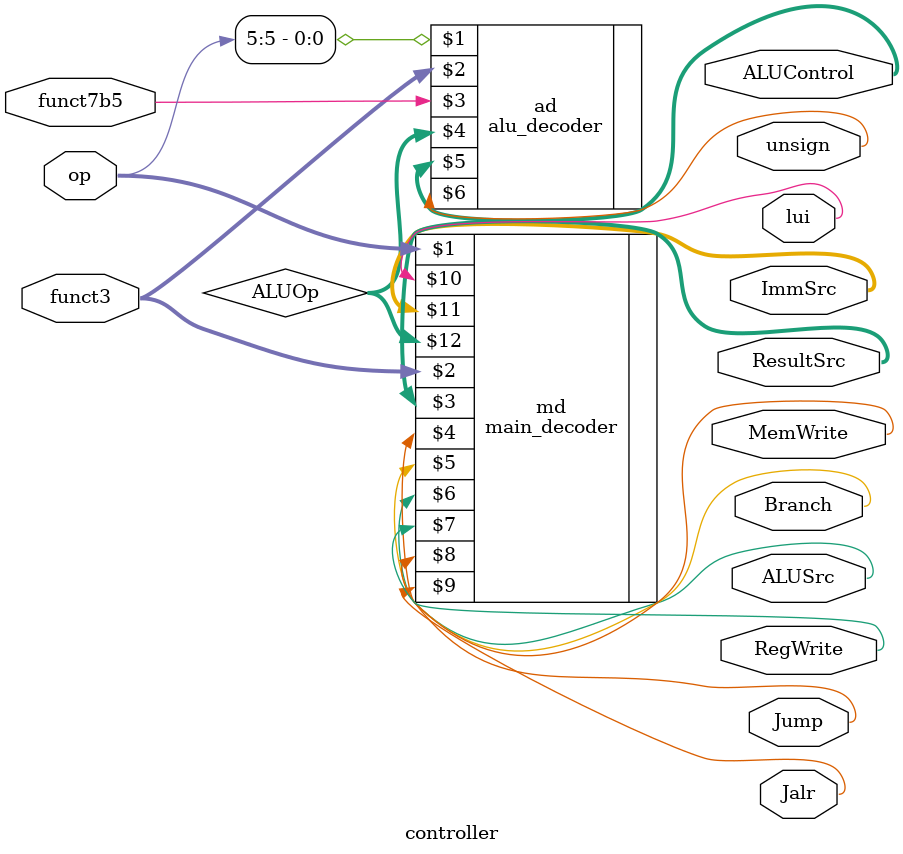
<source format=v>


module controller (
    input [6:0]  op,
    input [2:0]  funct3,
    input        funct7b5,
    output       [1:0] ResultSrc,
    output       MemWrite,
    output       ALUSrc,
    output       RegWrite, Branch, Jump, Jalr, lui,
    output [2:0] ImmSrc,
    output [3:0] ALUControl,
	 output unsign
);

wire [1:0] ALUOp;

main_decoder    md (op, funct3, ResultSrc, MemWrite, Branch,
                    ALUSrc, RegWrite, Jump, Jalr, lui, ImmSrc, ALUOp);

alu_decoder     ad (op[5], funct3, funct7b5, ALUOp, ALUControl, unsign);

endmodule

</source>
